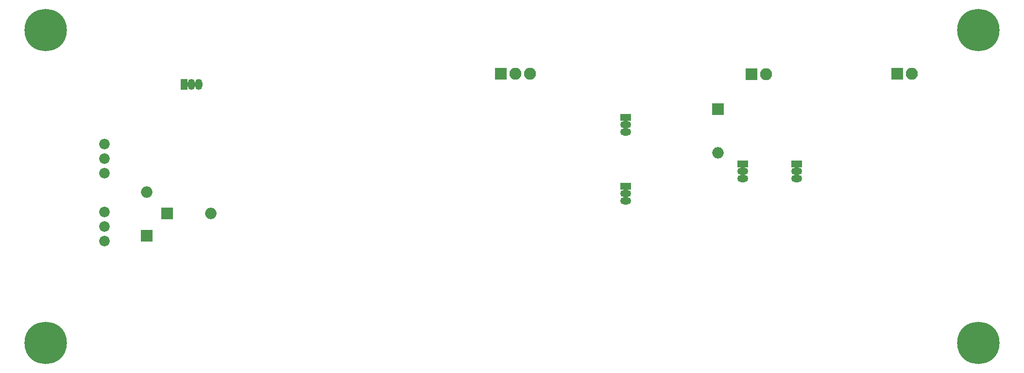
<source format=gbs>
G04 #@! TF.FileFunction,Soldermask,Bot*
%FSLAX46Y46*%
G04 Gerber Fmt 4.6, Leading zero omitted, Abs format (unit mm)*
G04 Created by KiCad (PCBNEW 4.0.6-e0-6349~53~ubuntu14.04.1) date Thu Jul  6 11:00:55 2017*
%MOMM*%
%LPD*%
G01*
G04 APERTURE LIST*
%ADD10C,0.100000*%
%ADD11C,7.400000*%
%ADD12R,2.000000X2.000000*%
%ADD13O,2.000000X2.000000*%
%ADD14R,2.100000X2.100000*%
%ADD15O,2.100000X2.100000*%
%ADD16O,1.300000X1.900000*%
%ADD17R,1.300000X1.900000*%
%ADD18O,1.900000X1.300000*%
%ADD19R,1.900000X1.300000*%
%ADD20C,1.840000*%
G04 APERTURE END LIST*
D10*
D11*
X226060000Y-71120000D03*
X226060000Y-125730000D03*
X63500000Y-125730000D03*
X63500000Y-71120000D03*
D12*
X84709000Y-103124000D03*
D13*
X92329000Y-103124000D03*
D12*
X81153000Y-107061000D03*
D13*
X81153000Y-99441000D03*
D12*
X180721000Y-84899500D03*
D13*
X180721000Y-92519500D03*
D14*
X142875000Y-78740000D03*
D15*
X145415000Y-78740000D03*
X147955000Y-78740000D03*
D14*
X186563000Y-78867000D03*
D15*
X189103000Y-78867000D03*
D14*
X211963000Y-78740000D03*
D15*
X214503000Y-78740000D03*
D16*
X88900000Y-80645000D03*
X90170000Y-80645000D03*
D17*
X87630000Y-80645000D03*
D18*
X164592000Y-87630000D03*
X164592000Y-88900000D03*
D19*
X164592000Y-86360000D03*
D18*
X185039000Y-95758000D03*
X185039000Y-97028000D03*
D19*
X185039000Y-94488000D03*
D18*
X194437000Y-95758000D03*
X194437000Y-97028000D03*
D19*
X194437000Y-94488000D03*
D18*
X164592000Y-99695000D03*
X164592000Y-100965000D03*
D19*
X164592000Y-98425000D03*
D20*
X73787000Y-96139000D03*
X73787000Y-93599000D03*
X73787000Y-91059000D03*
X73787000Y-107950000D03*
X73787000Y-105410000D03*
X73787000Y-102870000D03*
M02*

</source>
